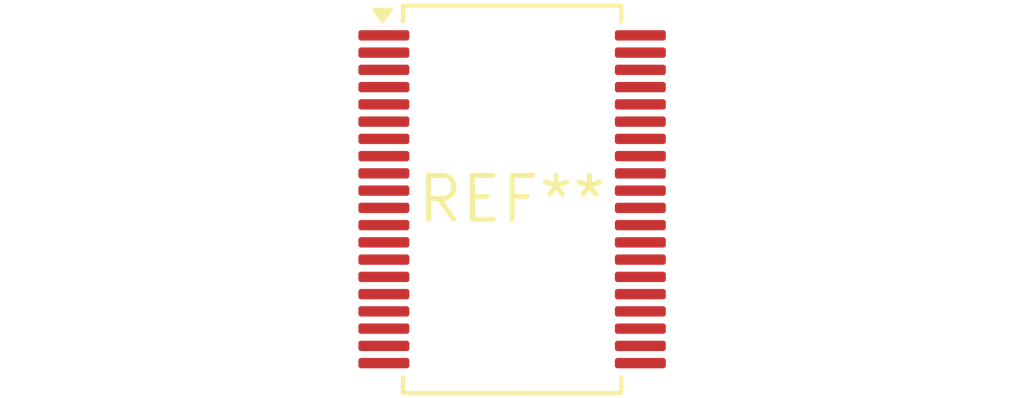
<source format=kicad_pcb>
(kicad_pcb (version 20240108) (generator pcbnew)
  (layers (0 "F.Cu" signal) (31 "B.Cu" signal) (34 "B.Paste" user) (35 "F.Paste" user) (36 "B.SilkS" user "B.Silkscreen") (37 "F.SilkS" user "F.Silkscreen") (38 "B.Mask" user) (39 "F.Mask" user) (44 "Edge.Cuts" user))
  (net 0 "")
  (footprint "TSSOP-40_6.1x11mm_P0.5mm" (layer "F.Cu") (at 0 0)
    (property "Reference" "REF**")
    (property "Value" "TSSOP-40_6.1x11mm_P0.5mm")
    (fp_line (start -3.16 -5.61) (end -3.16 -5.16) (layer "F.SilkS") (stroke (width 0.12)))
    (fp_line (start -3.16 5.61) (end -3.16 5.16) (layer "F.SilkS") (stroke (width 0.12)))
    (fp_line (start 0 -5.61) (end -3.16 -5.61) (layer "F.SilkS") (stroke (width 0.12)))
    (fp_line (start 0 -5.61) (end 3.16 -5.61) (layer "F.SilkS") (stroke (width 0.12)))
    (fp_line (start 0 5.61) (end -3.16 5.61) (layer "F.SilkS") (stroke (width 0.12)))
    (fp_line (start 0 5.61) (end 3.16 5.61) (layer "F.SilkS") (stroke (width 0.12)))
    (fp_line (start 3.16 -5.61) (end 3.16 -5.16) (layer "F.SilkS") (stroke (width 0.12)))
    (fp_line (start 3.16 5.61) (end 3.16 5.16) (layer "F.SilkS") (stroke (width 0.12)))
    (fp_poly (pts (xy -3.75 -5.16) (xy -3.99 -5.49) (xy -3.51 -5.49) (xy -3.75 -5.16)) (layer "F.SilkS") (stroke (width 0.12)) (fill solid))
    (pad "1" smd roundrect (at -3.7125 -4.75) (size 1.475 0.3) (layers "F.Cu" "F.Paste" "F.Mask"))
    (pad "2" smd roundrect (at -3.7125 -4.25) (size 1.475 0.3) (layers "F.Cu" "F.Paste" "F.Mask"))
    (pad "3" smd roundrect (at -3.7125 -3.75) (size 1.475 0.3) (layers "F.Cu" "F.Paste" "F.Mask"))
    (pad "4" smd roundrect (at -3.7125 -3.25) (size 1.475 0.3) (layers "F.Cu" "F.Paste" "F.Mask"))
    (pad "5" smd roundrect (at -3.7125 -2.75) (size 1.475 0.3) (layers "F.Cu" "F.Paste" "F.Mask"))
    (pad "6" smd roundrect (at -3.7125 -2.25) (size 1.475 0.3) (layers "F.Cu" "F.Paste" "F.Mask"))
    (pad "7" smd roundrect (at -3.7125 -1.75) (size 1.475 0.3) (layers "F.Cu" "F.Paste" "F.Mask"))
    (pad "8" smd roundrect (at -3.7125 -1.25) (size 1.475 0.3) (layers "F.Cu" "F.Paste" "F.Mask"))
    (pad "9" smd roundrect (at -3.7125 -0.75) (size 1.475 0.3) (layers "F.Cu" "F.Paste" "F.Mask"))
    (pad "10" smd roundrect (at -3.7125 -0.25) (size 1.475 0.3) (layers "F.Cu" "F.Paste" "F.Mask"))
    (pad "11" smd roundrect (at -3.7125 0.25) (size 1.475 0.3) (layers "F.Cu" "F.Paste" "F.Mask"))
    (pad "12" smd roundrect (at -3.7125 0.75) (size 1.475 0.3) (layers "F.Cu" "F.Paste" "F.Mask"))
    (pad "13" smd roundrect (at -3.7125 1.25) (size 1.475 0.3) (layers "F.Cu" "F.Paste" "F.Mask"))
    (pad "14" smd roundrect (at -3.7125 1.75) (size 1.475 0.3) (layers "F.Cu" "F.Paste" "F.Mask"))
    (pad "15" smd roundrect (at -3.7125 2.25) (size 1.475 0.3) (layers "F.Cu" "F.Paste" "F.Mask"))
    (pad "16" smd roundrect (at -3.7125 2.75) (size 1.475 0.3) (layers "F.Cu" "F.Paste" "F.Mask"))
    (pad "17" smd roundrect (at -3.7125 3.25) (size 1.475 0.3) (layers "F.Cu" "F.Paste" "F.Mask"))
    (pad "18" smd roundrect (at -3.7125 3.75) (size 1.475 0.3) (layers "F.Cu" "F.Paste" "F.Mask"))
    (pad "19" smd roundrect (at -3.7125 4.25) (size 1.475 0.3) (layers "F.Cu" "F.Paste" "F.Mask"))
    (pad "20" smd roundrect (at -3.7125 4.75) (size 1.475 0.3) (layers "F.Cu" "F.Paste" "F.Mask"))
    (pad "21" smd roundrect (at 3.7125 4.75) (size 1.475 0.3) (layers "F.Cu" "F.Paste" "F.Mask"))
    (pad "22" smd roundrect (at 3.7125 4.25) (size 1.475 0.3) (layers "F.Cu" "F.Paste" "F.Mask"))
    (pad "23" smd roundrect (at 3.7125 3.75) (size 1.475 0.3) (layers "F.Cu" "F.Paste" "F.Mask"))
    (pad "24" smd roundrect (at 3.7125 3.25) (size 1.475 0.3) (layers "F.Cu" "F.Paste" "F.Mask"))
    (pad "25" smd roundrect (at 3.7125 2.75) (size 1.475 0.3) (layers "F.Cu" "F.Paste" "F.Mask"))
    (pad "26" smd roundrect (at 3.7125 2.25) (size 1.475 0.3) (layers "F.Cu" "F.Paste" "F.Mask"))
    (pad "27" smd roundrect (at 3.7125 1.75) (size 1.475 0.3) (layers "F.Cu" "F.Paste" "F.Mask"))
    (pad "28" smd roundrect (at 3.7125 1.25) (size 1.475 0.3) (layers "F.Cu" "F.Paste" "F.Mask"))
    (pad "29" smd roundrect (at 3.7125 0.75) (size 1.475 0.3) (layers "F.Cu" "F.Paste" "F.Mask"))
    (pad "30" smd roundrect (at 3.7125 0.25) (size 1.475 0.3) (layers "F.Cu" "F.Paste" "F.Mask"))
    (pad "31" smd roundrect (at 3.7125 -0.25) (size 1.475 0.3) (layers "F.Cu" "F.Paste" "F.Mask"))
    (pad "32" smd roundrect (at 3.7125 -0.75) (size 1.475 0.3) (layers "F.Cu" "F.Paste" "F.Mask"))
    (pad "33" smd roundrect (at 3.7125 -1.25) (size 1.475 0.3) (layers "F.Cu" "F.Paste" "F.Mask"))
    (pad "34" smd roundrect (at 3.7125 -1.75) (size 1.475 0.3) (layers "F.Cu" "F.Paste" "F.Mask"))
    (pad "35" smd roundrect (at 3.7125 -2.25) (size 1.475 0.3) (layers "F.Cu" "F.Paste" "F.Mask"))
    (pad "36" smd roundrect (at 3.7125 -2.75) (size 1.475 0.3) (layers "F.Cu" "F.Paste" "F.Mask"))
    (pad "37" smd roundrect (at 3.7125 -3.25) (size 1.475 0.3) (layers "F.Cu" "F.Paste" "F.Mask"))
    (pad "38" smd roundrect (at 3.7125 -3.75) (size 1.475 0.3) (layers "F.Cu" "F.Paste" "F.Mask"))
    (pad "39" smd roundrect (at 3.7125 -4.25) (size 1.475 0.3) (layers "F.Cu" "F.Paste" "F.Mask"))
    (pad "40" smd roundrect (at 3.7125 -4.75) (size 1.475 0.3) (layers "F.Cu" "F.Paste" "F.Mask"))
  )
)
</source>
